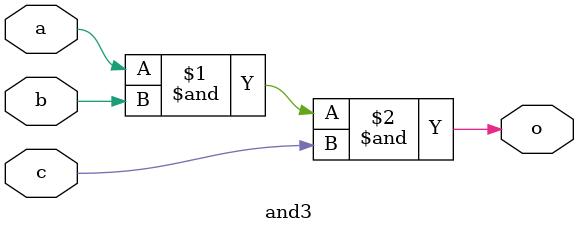
<source format=v>
module and3(
    input a,
    input b,
    input c,
    output o
);

assign o = a & b & c;

endmodule
</source>
